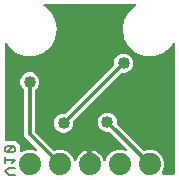
<source format=gbr>
G04 EAGLE Gerber RS-274X export*
G75*
%MOMM*%
%FSLAX34Y34*%
%LPD*%
%INBottom Copper*%
%IPPOS*%
%AMOC8*
5,1,8,0,0,1.08239X$1,22.5*%
G01*
%ADD10C,0.203200*%
%ADD11C,1.879600*%
%ADD12C,1.016000*%
%ADD13C,0.304800*%

G36*
X147184Y4073D02*
X147184Y4073D01*
X147242Y4071D01*
X147324Y4093D01*
X147408Y4105D01*
X147461Y4128D01*
X147517Y4143D01*
X147590Y4186D01*
X147668Y4221D01*
X147712Y4258D01*
X147761Y4288D01*
X147820Y4350D01*
X147885Y4404D01*
X147917Y4453D01*
X147956Y4495D01*
X147995Y4570D01*
X148042Y4641D01*
X148060Y4696D01*
X148086Y4748D01*
X148098Y4816D01*
X148128Y4912D01*
X148131Y5011D01*
X148142Y5079D01*
X148286Y114865D01*
X148283Y114885D01*
X148285Y114905D01*
X148264Y115025D01*
X148247Y115146D01*
X148238Y115165D01*
X148235Y115185D01*
X148181Y115294D01*
X148131Y115406D01*
X148118Y115421D01*
X148109Y115439D01*
X148026Y115529D01*
X147947Y115623D01*
X147930Y115634D01*
X147917Y115649D01*
X147812Y115713D01*
X147711Y115781D01*
X147692Y115787D01*
X147674Y115798D01*
X147556Y115830D01*
X147440Y115867D01*
X147420Y115868D01*
X147400Y115873D01*
X147278Y115872D01*
X147156Y115875D01*
X147136Y115870D01*
X147116Y115869D01*
X146999Y115834D01*
X146881Y115803D01*
X146863Y115793D01*
X146844Y115787D01*
X146741Y115721D01*
X146636Y115658D01*
X146622Y115644D01*
X146605Y115633D01*
X146558Y115575D01*
X146441Y115451D01*
X146418Y115405D01*
X146392Y115374D01*
X144585Y112245D01*
X138478Y107120D01*
X130986Y104393D01*
X123014Y104393D01*
X115522Y107120D01*
X109415Y112244D01*
X105429Y119149D01*
X104045Y127000D01*
X105429Y134851D01*
X109415Y141755D01*
X115120Y146542D01*
X115169Y146597D01*
X115225Y146645D01*
X115264Y146702D01*
X115310Y146754D01*
X115342Y146820D01*
X115383Y146881D01*
X115404Y146947D01*
X115434Y147010D01*
X115446Y147082D01*
X115468Y147152D01*
X115470Y147221D01*
X115482Y147290D01*
X115474Y147363D01*
X115476Y147436D01*
X115458Y147503D01*
X115451Y147572D01*
X115423Y147640D01*
X115404Y147711D01*
X115369Y147771D01*
X115342Y147835D01*
X115296Y147893D01*
X115259Y147956D01*
X115208Y148003D01*
X115165Y148057D01*
X115105Y148100D01*
X115051Y148150D01*
X114990Y148182D01*
X114933Y148222D01*
X114864Y148246D01*
X114798Y148280D01*
X114740Y148290D01*
X114665Y148316D01*
X114543Y148323D01*
X114467Y148335D01*
X37933Y148335D01*
X37860Y148325D01*
X37786Y148325D01*
X37720Y148305D01*
X37651Y148295D01*
X37584Y148265D01*
X37514Y148245D01*
X37455Y148208D01*
X37392Y148179D01*
X37336Y148132D01*
X37274Y148092D01*
X37228Y148040D01*
X37175Y147996D01*
X37134Y147934D01*
X37085Y147879D01*
X37056Y147817D01*
X37017Y147759D01*
X36995Y147689D01*
X36964Y147622D01*
X36952Y147554D01*
X36932Y147488D01*
X36930Y147414D01*
X36918Y147342D01*
X36926Y147273D01*
X36924Y147204D01*
X36943Y147133D01*
X36952Y147059D01*
X36979Y146996D01*
X36996Y146929D01*
X37034Y146865D01*
X37062Y146798D01*
X37101Y146753D01*
X37141Y146684D01*
X37231Y146600D01*
X37280Y146542D01*
X42985Y141756D01*
X46971Y134851D01*
X48355Y127000D01*
X46971Y119149D01*
X42985Y112245D01*
X36878Y107120D01*
X29386Y104393D01*
X21414Y104393D01*
X13922Y107120D01*
X7815Y112244D01*
X5959Y115459D01*
X5947Y115474D01*
X5939Y115492D01*
X5860Y115586D01*
X5784Y115683D01*
X5768Y115694D01*
X5755Y115709D01*
X5653Y115778D01*
X5554Y115849D01*
X5535Y115856D01*
X5519Y115867D01*
X5401Y115904D01*
X5286Y115946D01*
X5266Y115947D01*
X5248Y115953D01*
X5125Y115956D01*
X5002Y115964D01*
X4983Y115959D01*
X4964Y115960D01*
X4845Y115929D01*
X4725Y115902D01*
X4707Y115893D01*
X4689Y115888D01*
X4583Y115826D01*
X4475Y115767D01*
X4461Y115753D01*
X4444Y115743D01*
X4360Y115653D01*
X4273Y115567D01*
X4263Y115550D01*
X4250Y115536D01*
X4194Y115426D01*
X4134Y115319D01*
X4129Y115300D01*
X4120Y115282D01*
X4108Y115210D01*
X4069Y115042D01*
X4071Y114991D01*
X4065Y114951D01*
X4065Y33405D01*
X4073Y33347D01*
X4071Y33288D01*
X4093Y33207D01*
X4105Y33123D01*
X4128Y33070D01*
X4143Y33013D01*
X4186Y32941D01*
X4221Y32864D01*
X4259Y32819D01*
X4288Y32769D01*
X4350Y32711D01*
X4404Y32647D01*
X4453Y32614D01*
X4496Y32574D01*
X4571Y32536D01*
X4641Y32489D01*
X4697Y32471D01*
X4749Y32445D01*
X4817Y32433D01*
X4912Y32403D01*
X5012Y32401D01*
X5080Y32389D01*
X13289Y32389D01*
X15967Y29711D01*
X17026Y28653D01*
X17026Y24223D01*
X17042Y24109D01*
X17052Y23995D01*
X17062Y23969D01*
X17065Y23941D01*
X17113Y23837D01*
X17154Y23729D01*
X17170Y23707D01*
X17182Y23682D01*
X17256Y23594D01*
X17325Y23503D01*
X17348Y23486D01*
X17365Y23465D01*
X17461Y23401D01*
X17553Y23333D01*
X17579Y23323D01*
X17602Y23307D01*
X17712Y23273D01*
X17819Y23232D01*
X17847Y23230D01*
X17873Y23222D01*
X17988Y23219D01*
X18102Y23209D01*
X18127Y23215D01*
X18157Y23214D01*
X18414Y23281D01*
X18429Y23285D01*
X22924Y25147D01*
X27876Y25147D01*
X30007Y24264D01*
X30090Y24243D01*
X30170Y24212D01*
X30227Y24207D01*
X30282Y24193D01*
X30368Y24196D01*
X30454Y24188D01*
X30510Y24200D01*
X30566Y24201D01*
X30648Y24227D01*
X30732Y24244D01*
X30783Y24270D01*
X30837Y24288D01*
X30909Y24336D01*
X30985Y24375D01*
X31026Y24414D01*
X31073Y24446D01*
X31129Y24512D01*
X31191Y24571D01*
X31220Y24620D01*
X31256Y24664D01*
X31291Y24742D01*
X31335Y24816D01*
X31349Y24871D01*
X31372Y24923D01*
X31384Y25009D01*
X31405Y25092D01*
X31403Y25149D01*
X31411Y25205D01*
X31398Y25290D01*
X31396Y25376D01*
X31378Y25430D01*
X31370Y25486D01*
X31335Y25565D01*
X31308Y25646D01*
X31279Y25687D01*
X31253Y25746D01*
X31159Y25856D01*
X31113Y25920D01*
X20827Y36206D01*
X20827Y75206D01*
X20815Y75293D01*
X20812Y75380D01*
X20795Y75433D01*
X20787Y75488D01*
X20752Y75568D01*
X20725Y75651D01*
X20697Y75690D01*
X20671Y75747D01*
X20575Y75861D01*
X20530Y75924D01*
X18509Y77945D01*
X17271Y80933D01*
X17271Y84167D01*
X18509Y87155D01*
X20795Y89441D01*
X23783Y90679D01*
X27017Y90679D01*
X30005Y89441D01*
X32291Y87155D01*
X33529Y84167D01*
X33529Y80933D01*
X32291Y77945D01*
X30270Y75924D01*
X30218Y75855D01*
X30158Y75791D01*
X30132Y75741D01*
X30099Y75697D01*
X30068Y75615D01*
X30028Y75537D01*
X30020Y75490D01*
X29998Y75431D01*
X29987Y75302D01*
X29987Y75300D01*
X29987Y75294D01*
X29986Y75284D01*
X29973Y75206D01*
X29973Y40415D01*
X29985Y40328D01*
X29988Y40241D01*
X30005Y40188D01*
X30013Y40133D01*
X30048Y40053D01*
X30075Y39970D01*
X30103Y39931D01*
X30129Y39874D01*
X30225Y39761D01*
X30270Y39697D01*
X45367Y24600D01*
X45368Y24599D01*
X45369Y24598D01*
X45482Y24513D01*
X45594Y24429D01*
X45595Y24429D01*
X45597Y24428D01*
X45729Y24378D01*
X45860Y24328D01*
X45861Y24328D01*
X45863Y24327D01*
X46002Y24316D01*
X46143Y24304D01*
X46144Y24305D01*
X46146Y24305D01*
X46161Y24308D01*
X46422Y24360D01*
X46449Y24374D01*
X46473Y24380D01*
X48324Y25147D01*
X53276Y25147D01*
X57851Y23252D01*
X61352Y19751D01*
X62869Y16089D01*
X62904Y16029D01*
X62930Y15965D01*
X62976Y15907D01*
X63013Y15844D01*
X63063Y15796D01*
X63106Y15742D01*
X63166Y15699D01*
X63220Y15649D01*
X63281Y15617D01*
X63338Y15577D01*
X63407Y15552D01*
X63473Y15518D01*
X63540Y15505D01*
X63606Y15482D01*
X63679Y15478D01*
X63752Y15463D01*
X63820Y15469D01*
X63889Y15465D01*
X63961Y15481D01*
X64035Y15488D01*
X64099Y15513D01*
X64167Y15528D01*
X64231Y15563D01*
X64300Y15590D01*
X64355Y15631D01*
X64416Y15665D01*
X64468Y15717D01*
X64527Y15761D01*
X64568Y15817D01*
X64617Y15866D01*
X64646Y15921D01*
X64697Y15989D01*
X64738Y16097D01*
X64772Y16163D01*
X65136Y17283D01*
X65989Y18957D01*
X67094Y20478D01*
X68422Y21806D01*
X69943Y22911D01*
X71617Y23764D01*
X73404Y24345D01*
X74169Y24466D01*
X74169Y13716D01*
X74177Y13658D01*
X74175Y13600D01*
X74197Y13518D01*
X74209Y13435D01*
X74233Y13381D01*
X74247Y13325D01*
X74290Y13252D01*
X74325Y13175D01*
X74363Y13131D01*
X74393Y13080D01*
X74454Y13023D01*
X74509Y12958D01*
X74557Y12926D01*
X74600Y12886D01*
X74675Y12847D01*
X74745Y12801D01*
X74801Y12783D01*
X74853Y12756D01*
X74921Y12745D01*
X75016Y12715D01*
X75116Y12712D01*
X75184Y12701D01*
X77216Y12701D01*
X77274Y12709D01*
X77332Y12708D01*
X77414Y12729D01*
X77497Y12741D01*
X77551Y12765D01*
X77607Y12779D01*
X77680Y12822D01*
X77757Y12857D01*
X77802Y12895D01*
X77852Y12925D01*
X77910Y12986D01*
X77974Y13041D01*
X78006Y13089D01*
X78046Y13132D01*
X78085Y13207D01*
X78131Y13277D01*
X78149Y13333D01*
X78176Y13385D01*
X78187Y13453D01*
X78217Y13548D01*
X78220Y13648D01*
X78231Y13716D01*
X78231Y24466D01*
X78996Y24345D01*
X80783Y23764D01*
X82457Y22911D01*
X83978Y21806D01*
X85306Y20478D01*
X86411Y18957D01*
X87264Y17283D01*
X87628Y16163D01*
X87658Y16101D01*
X87679Y16035D01*
X87720Y15974D01*
X87753Y15908D01*
X87799Y15857D01*
X87838Y15799D01*
X87894Y15752D01*
X87943Y15697D01*
X88002Y15661D01*
X88055Y15616D01*
X88122Y15586D01*
X88185Y15548D01*
X88252Y15529D01*
X88315Y15501D01*
X88388Y15491D01*
X88459Y15471D01*
X88528Y15471D01*
X88596Y15462D01*
X88669Y15472D01*
X88743Y15473D01*
X88810Y15493D01*
X88878Y15503D01*
X88945Y15533D01*
X89016Y15554D01*
X89074Y15591D01*
X89137Y15620D01*
X89193Y15667D01*
X89255Y15707D01*
X89301Y15759D01*
X89353Y15804D01*
X89386Y15857D01*
X89443Y15921D01*
X89492Y16025D01*
X89531Y16089D01*
X91048Y19751D01*
X94549Y23252D01*
X99124Y25147D01*
X104076Y25147D01*
X106207Y24264D01*
X106290Y24243D01*
X106370Y24212D01*
X106427Y24207D01*
X106482Y24193D01*
X106568Y24196D01*
X106654Y24188D01*
X106710Y24200D01*
X106766Y24201D01*
X106848Y24227D01*
X106932Y24244D01*
X106983Y24270D01*
X107037Y24288D01*
X107109Y24336D01*
X107185Y24375D01*
X107226Y24414D01*
X107273Y24446D01*
X107329Y24512D01*
X107391Y24571D01*
X107420Y24620D01*
X107456Y24664D01*
X107491Y24742D01*
X107535Y24816D01*
X107549Y24871D01*
X107572Y24923D01*
X107584Y25009D01*
X107605Y25092D01*
X107603Y25149D01*
X107611Y25205D01*
X107598Y25290D01*
X107596Y25376D01*
X107578Y25430D01*
X107570Y25486D01*
X107535Y25565D01*
X107508Y25646D01*
X107479Y25687D01*
X107453Y25746D01*
X107359Y25856D01*
X107313Y25920D01*
X93159Y40074D01*
X93089Y40126D01*
X93026Y40186D01*
X92976Y40212D01*
X92932Y40245D01*
X92850Y40276D01*
X92772Y40316D01*
X92725Y40324D01*
X92666Y40346D01*
X92519Y40358D01*
X92441Y40371D01*
X89583Y40371D01*
X86595Y41609D01*
X84309Y43895D01*
X83071Y46883D01*
X83071Y50117D01*
X84309Y53105D01*
X86595Y55391D01*
X89583Y56629D01*
X92817Y56629D01*
X95805Y55391D01*
X98091Y53105D01*
X99329Y50117D01*
X99329Y47259D01*
X99341Y47172D01*
X99344Y47085D01*
X99361Y47032D01*
X99369Y46977D01*
X99404Y46897D01*
X99431Y46814D01*
X99459Y46775D01*
X99485Y46718D01*
X99581Y46605D01*
X99626Y46541D01*
X121567Y24600D01*
X121568Y24599D01*
X121569Y24598D01*
X121682Y24513D01*
X121794Y24429D01*
X121795Y24429D01*
X121797Y24428D01*
X121929Y24378D01*
X122060Y24328D01*
X122061Y24328D01*
X122063Y24327D01*
X122202Y24316D01*
X122343Y24304D01*
X122344Y24305D01*
X122346Y24305D01*
X122361Y24308D01*
X122622Y24360D01*
X122649Y24374D01*
X122673Y24380D01*
X124524Y25147D01*
X129476Y25147D01*
X134051Y23252D01*
X137552Y19751D01*
X139447Y15176D01*
X139447Y10224D01*
X137477Y5469D01*
X137448Y5357D01*
X137414Y5248D01*
X137413Y5220D01*
X137406Y5193D01*
X137409Y5079D01*
X137406Y4964D01*
X137413Y4937D01*
X137414Y4909D01*
X137449Y4800D01*
X137478Y4689D01*
X137492Y4665D01*
X137501Y4638D01*
X137565Y4543D01*
X137623Y4444D01*
X137644Y4425D01*
X137659Y4402D01*
X137747Y4328D01*
X137831Y4250D01*
X137855Y4237D01*
X137877Y4219D01*
X137981Y4173D01*
X138084Y4120D01*
X138108Y4116D01*
X138136Y4104D01*
X138400Y4067D01*
X138415Y4065D01*
X147127Y4065D01*
X147184Y4073D01*
G37*
%LPC*%
G36*
X52358Y39496D02*
X52358Y39496D01*
X49370Y40734D01*
X47084Y43020D01*
X45846Y46008D01*
X45846Y49242D01*
X47084Y52230D01*
X49370Y54516D01*
X52358Y55754D01*
X55216Y55754D01*
X55303Y55766D01*
X55390Y55769D01*
X55443Y55786D01*
X55498Y55794D01*
X55578Y55829D01*
X55661Y55856D01*
X55700Y55884D01*
X55757Y55910D01*
X55871Y56006D01*
X55934Y56051D01*
X96349Y96466D01*
X96401Y96536D01*
X96461Y96599D01*
X96487Y96649D01*
X96520Y96693D01*
X96551Y96775D01*
X96591Y96853D01*
X96599Y96900D01*
X96621Y96959D01*
X96633Y97106D01*
X96646Y97184D01*
X96646Y100042D01*
X97884Y103030D01*
X100170Y105316D01*
X103158Y106554D01*
X106392Y106554D01*
X109380Y105316D01*
X111666Y103030D01*
X112904Y100042D01*
X112904Y96808D01*
X111666Y93820D01*
X109380Y91534D01*
X106392Y90296D01*
X103534Y90296D01*
X103447Y90284D01*
X103360Y90281D01*
X103307Y90264D01*
X103252Y90256D01*
X103172Y90221D01*
X103089Y90194D01*
X103050Y90166D01*
X102993Y90140D01*
X102879Y90044D01*
X102816Y89999D01*
X62401Y49584D01*
X62349Y49514D01*
X62289Y49451D01*
X62263Y49401D01*
X62230Y49357D01*
X62199Y49275D01*
X62159Y49197D01*
X62151Y49150D01*
X62129Y49091D01*
X62117Y48944D01*
X62104Y48866D01*
X62104Y46008D01*
X60866Y43020D01*
X58580Y40734D01*
X55592Y39496D01*
X52358Y39496D01*
G37*
%LPD*%
D10*
X12961Y4191D02*
X7538Y4191D01*
X4826Y6903D01*
X7538Y9614D01*
X12961Y9614D01*
X10249Y13546D02*
X12961Y16258D01*
X4826Y16258D01*
X4826Y18969D02*
X4826Y13546D01*
X6182Y22901D02*
X11605Y22901D01*
X12961Y24257D01*
X12961Y26969D01*
X11605Y28325D01*
X6182Y28325D01*
X4826Y26969D01*
X4826Y24257D01*
X6182Y22901D01*
X11605Y28325D01*
D11*
X25400Y12700D03*
X50800Y12700D03*
X76200Y12700D03*
X101600Y12700D03*
X127000Y12700D03*
D12*
X91200Y48500D03*
D13*
X127000Y12700D01*
X25400Y38100D02*
X25400Y82550D01*
D12*
X25400Y82550D03*
D13*
X25400Y38100D02*
X50800Y12700D01*
D12*
X104775Y76200D03*
X98425Y111125D03*
X9525Y98425D03*
X53975Y47625D03*
D13*
X104775Y98425D01*
D12*
X104775Y98425D03*
M02*

</source>
